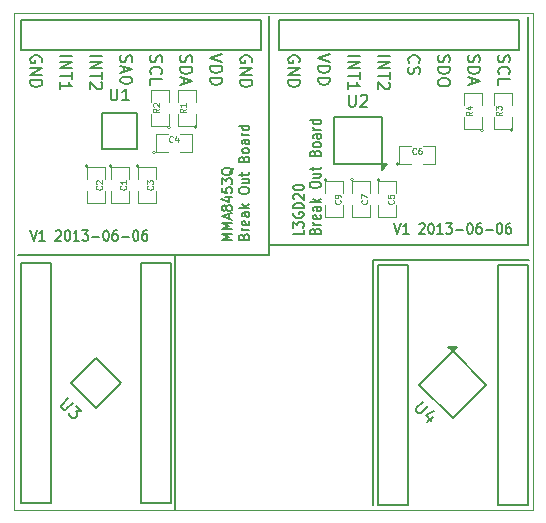
<source format=gto>
G04 (created by PCBNEW (2013-mar-13)-testing) date Sun 09 Jun 2013 10:01:08 PM EDT*
%MOIN*%
G04 Gerber Fmt 3.4, Leading zero omitted, Abs format*
%FSLAX34Y34*%
G01*
G70*
G90*
G04 APERTURE LIST*
%ADD10C,0.005906*%
%ADD11C,0.007874*%
%ADD12C,0.003937*%
%ADD13C,0.006693*%
%ADD14C,0.003900*%
%ADD15C,0.004300*%
G04 APERTURE END LIST*
G54D10*
G54D11*
X66535Y-47480D02*
X66535Y-55669D01*
X71732Y-47480D02*
X66535Y-47480D01*
X59940Y-47342D02*
X59940Y-55807D01*
X71700Y-47000D02*
X71700Y-39400D01*
X63100Y-47000D02*
X71700Y-47000D01*
X63090Y-47342D02*
X63090Y-39370D01*
X54724Y-47342D02*
X63090Y-47342D01*
G54D12*
X54566Y-55826D02*
X71870Y-55826D01*
X54566Y-39251D02*
X54566Y-55826D01*
X71870Y-39251D02*
X71870Y-55826D01*
X54566Y-39251D02*
X71870Y-39251D01*
G54D13*
X67254Y-46262D02*
X67359Y-46616D01*
X67464Y-46262D01*
X67734Y-46616D02*
X67554Y-46616D01*
X67644Y-46616D02*
X67644Y-46262D01*
X67614Y-46313D01*
X67584Y-46347D01*
X67554Y-46363D01*
X68094Y-46296D02*
X68109Y-46279D01*
X68139Y-46262D01*
X68214Y-46262D01*
X68244Y-46279D01*
X68259Y-46296D01*
X68274Y-46330D01*
X68274Y-46363D01*
X68259Y-46414D01*
X68079Y-46616D01*
X68274Y-46616D01*
X68469Y-46262D02*
X68499Y-46262D01*
X68529Y-46279D01*
X68544Y-46296D01*
X68559Y-46330D01*
X68574Y-46397D01*
X68574Y-46482D01*
X68559Y-46549D01*
X68544Y-46583D01*
X68529Y-46600D01*
X68499Y-46616D01*
X68469Y-46616D01*
X68439Y-46600D01*
X68424Y-46583D01*
X68409Y-46549D01*
X68394Y-46482D01*
X68394Y-46397D01*
X68409Y-46330D01*
X68424Y-46296D01*
X68439Y-46279D01*
X68469Y-46262D01*
X68874Y-46616D02*
X68694Y-46616D01*
X68784Y-46616D02*
X68784Y-46262D01*
X68754Y-46313D01*
X68724Y-46347D01*
X68694Y-46363D01*
X68979Y-46262D02*
X69174Y-46262D01*
X69069Y-46397D01*
X69114Y-46397D01*
X69144Y-46414D01*
X69159Y-46431D01*
X69174Y-46465D01*
X69174Y-46549D01*
X69159Y-46583D01*
X69144Y-46600D01*
X69114Y-46616D01*
X69024Y-46616D01*
X68994Y-46600D01*
X68979Y-46583D01*
X69309Y-46482D02*
X69549Y-46482D01*
X69759Y-46262D02*
X69789Y-46262D01*
X69819Y-46279D01*
X69834Y-46296D01*
X69849Y-46330D01*
X69864Y-46397D01*
X69864Y-46482D01*
X69849Y-46549D01*
X69834Y-46583D01*
X69819Y-46600D01*
X69789Y-46616D01*
X69759Y-46616D01*
X69729Y-46600D01*
X69714Y-46583D01*
X69699Y-46549D01*
X69684Y-46482D01*
X69684Y-46397D01*
X69699Y-46330D01*
X69714Y-46296D01*
X69729Y-46279D01*
X69759Y-46262D01*
X70134Y-46262D02*
X70074Y-46262D01*
X70044Y-46279D01*
X70029Y-46296D01*
X69999Y-46347D01*
X69984Y-46414D01*
X69984Y-46549D01*
X69999Y-46583D01*
X70014Y-46600D01*
X70044Y-46616D01*
X70104Y-46616D01*
X70134Y-46600D01*
X70149Y-46583D01*
X70164Y-46549D01*
X70164Y-46465D01*
X70149Y-46431D01*
X70134Y-46414D01*
X70104Y-46397D01*
X70044Y-46397D01*
X70014Y-46414D01*
X69999Y-46431D01*
X69984Y-46465D01*
X70299Y-46482D02*
X70538Y-46482D01*
X70748Y-46262D02*
X70778Y-46262D01*
X70808Y-46279D01*
X70823Y-46296D01*
X70838Y-46330D01*
X70853Y-46397D01*
X70853Y-46482D01*
X70838Y-46549D01*
X70823Y-46583D01*
X70808Y-46600D01*
X70778Y-46616D01*
X70748Y-46616D01*
X70718Y-46600D01*
X70703Y-46583D01*
X70688Y-46549D01*
X70673Y-46482D01*
X70673Y-46397D01*
X70688Y-46330D01*
X70703Y-46296D01*
X70718Y-46279D01*
X70748Y-46262D01*
X71123Y-46262D02*
X71063Y-46262D01*
X71033Y-46279D01*
X71018Y-46296D01*
X70988Y-46347D01*
X70973Y-46414D01*
X70973Y-46549D01*
X70988Y-46583D01*
X71003Y-46600D01*
X71033Y-46616D01*
X71093Y-46616D01*
X71123Y-46600D01*
X71138Y-46583D01*
X71153Y-46549D01*
X71153Y-46465D01*
X71138Y-46431D01*
X71123Y-46414D01*
X71093Y-46397D01*
X71033Y-46397D01*
X71003Y-46414D01*
X70988Y-46431D01*
X70973Y-46465D01*
X55129Y-46505D02*
X55234Y-46860D01*
X55339Y-46505D01*
X55609Y-46860D02*
X55429Y-46860D01*
X55519Y-46860D02*
X55519Y-46505D01*
X55489Y-46556D01*
X55459Y-46590D01*
X55429Y-46607D01*
X55969Y-46539D02*
X55984Y-46522D01*
X56014Y-46505D01*
X56089Y-46505D01*
X56119Y-46522D01*
X56134Y-46539D01*
X56149Y-46573D01*
X56149Y-46607D01*
X56134Y-46657D01*
X55954Y-46860D01*
X56149Y-46860D01*
X56344Y-46505D02*
X56374Y-46505D01*
X56404Y-46522D01*
X56419Y-46539D01*
X56434Y-46573D01*
X56449Y-46640D01*
X56449Y-46725D01*
X56434Y-46792D01*
X56419Y-46826D01*
X56404Y-46843D01*
X56374Y-46860D01*
X56344Y-46860D01*
X56314Y-46843D01*
X56299Y-46826D01*
X56284Y-46792D01*
X56269Y-46725D01*
X56269Y-46640D01*
X56284Y-46573D01*
X56299Y-46539D01*
X56314Y-46522D01*
X56344Y-46505D01*
X56749Y-46860D02*
X56569Y-46860D01*
X56659Y-46860D02*
X56659Y-46505D01*
X56629Y-46556D01*
X56599Y-46590D01*
X56569Y-46607D01*
X56854Y-46505D02*
X57049Y-46505D01*
X56944Y-46640D01*
X56989Y-46640D01*
X57019Y-46657D01*
X57034Y-46674D01*
X57049Y-46708D01*
X57049Y-46792D01*
X57034Y-46826D01*
X57019Y-46843D01*
X56989Y-46860D01*
X56899Y-46860D01*
X56869Y-46843D01*
X56854Y-46826D01*
X57184Y-46725D02*
X57424Y-46725D01*
X57634Y-46505D02*
X57664Y-46505D01*
X57694Y-46522D01*
X57709Y-46539D01*
X57724Y-46573D01*
X57739Y-46640D01*
X57739Y-46725D01*
X57724Y-46792D01*
X57709Y-46826D01*
X57694Y-46843D01*
X57664Y-46860D01*
X57634Y-46860D01*
X57604Y-46843D01*
X57589Y-46826D01*
X57574Y-46792D01*
X57559Y-46725D01*
X57559Y-46640D01*
X57574Y-46573D01*
X57589Y-46539D01*
X57604Y-46522D01*
X57634Y-46505D01*
X58009Y-46505D02*
X57949Y-46505D01*
X57919Y-46522D01*
X57904Y-46539D01*
X57874Y-46590D01*
X57859Y-46657D01*
X57859Y-46792D01*
X57874Y-46826D01*
X57889Y-46843D01*
X57919Y-46860D01*
X57979Y-46860D01*
X58009Y-46843D01*
X58024Y-46826D01*
X58039Y-46792D01*
X58039Y-46708D01*
X58024Y-46674D01*
X58009Y-46657D01*
X57979Y-46640D01*
X57919Y-46640D01*
X57889Y-46657D01*
X57874Y-46674D01*
X57859Y-46708D01*
X58174Y-46725D02*
X58414Y-46725D01*
X58624Y-46505D02*
X58654Y-46505D01*
X58684Y-46522D01*
X58699Y-46539D01*
X58714Y-46573D01*
X58729Y-46640D01*
X58729Y-46725D01*
X58714Y-46792D01*
X58699Y-46826D01*
X58684Y-46843D01*
X58654Y-46860D01*
X58624Y-46860D01*
X58594Y-46843D01*
X58579Y-46826D01*
X58564Y-46792D01*
X58549Y-46725D01*
X58549Y-46640D01*
X58564Y-46573D01*
X58579Y-46539D01*
X58594Y-46522D01*
X58624Y-46505D01*
X58999Y-46505D02*
X58939Y-46505D01*
X58909Y-46522D01*
X58894Y-46539D01*
X58864Y-46590D01*
X58849Y-46657D01*
X58849Y-46792D01*
X58864Y-46826D01*
X58879Y-46843D01*
X58909Y-46860D01*
X58969Y-46860D01*
X58999Y-46843D01*
X59014Y-46826D01*
X59029Y-46792D01*
X59029Y-46708D01*
X59014Y-46674D01*
X58999Y-46657D01*
X58969Y-46640D01*
X58909Y-46640D01*
X58879Y-46657D01*
X58864Y-46674D01*
X58849Y-46708D01*
X64235Y-46487D02*
X64235Y-46637D01*
X63880Y-46637D01*
X63880Y-46412D02*
X63880Y-46217D01*
X64015Y-46322D01*
X64015Y-46277D01*
X64032Y-46247D01*
X64049Y-46232D01*
X64083Y-46217D01*
X64167Y-46217D01*
X64201Y-46232D01*
X64218Y-46247D01*
X64235Y-46277D01*
X64235Y-46367D01*
X64218Y-46397D01*
X64201Y-46412D01*
X63897Y-45917D02*
X63880Y-45947D01*
X63880Y-45992D01*
X63897Y-46037D01*
X63931Y-46067D01*
X63965Y-46082D01*
X64032Y-46097D01*
X64083Y-46097D01*
X64150Y-46082D01*
X64184Y-46067D01*
X64218Y-46037D01*
X64235Y-45992D01*
X64235Y-45962D01*
X64218Y-45917D01*
X64201Y-45902D01*
X64083Y-45902D01*
X64083Y-45962D01*
X64235Y-45767D02*
X63880Y-45767D01*
X63880Y-45692D01*
X63897Y-45647D01*
X63931Y-45617D01*
X63965Y-45602D01*
X64032Y-45587D01*
X64083Y-45587D01*
X64150Y-45602D01*
X64184Y-45617D01*
X64218Y-45647D01*
X64235Y-45692D01*
X64235Y-45767D01*
X63914Y-45467D02*
X63897Y-45452D01*
X63880Y-45422D01*
X63880Y-45347D01*
X63897Y-45317D01*
X63914Y-45302D01*
X63948Y-45287D01*
X63982Y-45287D01*
X64032Y-45302D01*
X64235Y-45482D01*
X64235Y-45287D01*
X63880Y-45092D02*
X63880Y-45062D01*
X63897Y-45032D01*
X63914Y-45017D01*
X63948Y-45002D01*
X64015Y-44987D01*
X64100Y-44987D01*
X64167Y-45002D01*
X64201Y-45017D01*
X64218Y-45032D01*
X64235Y-45062D01*
X64235Y-45092D01*
X64218Y-45122D01*
X64201Y-45137D01*
X64167Y-45152D01*
X64100Y-45167D01*
X64015Y-45167D01*
X63948Y-45152D01*
X63914Y-45137D01*
X63897Y-45122D01*
X63880Y-45092D01*
X64612Y-46532D02*
X64629Y-46487D01*
X64646Y-46472D01*
X64679Y-46457D01*
X64730Y-46457D01*
X64764Y-46472D01*
X64781Y-46487D01*
X64798Y-46517D01*
X64798Y-46637D01*
X64443Y-46637D01*
X64443Y-46532D01*
X64460Y-46502D01*
X64477Y-46487D01*
X64511Y-46472D01*
X64544Y-46472D01*
X64578Y-46487D01*
X64595Y-46502D01*
X64612Y-46532D01*
X64612Y-46637D01*
X64798Y-46322D02*
X64561Y-46322D01*
X64629Y-46322D02*
X64595Y-46307D01*
X64578Y-46292D01*
X64561Y-46262D01*
X64561Y-46232D01*
X64781Y-46007D02*
X64798Y-46037D01*
X64798Y-46097D01*
X64781Y-46127D01*
X64747Y-46142D01*
X64612Y-46142D01*
X64578Y-46127D01*
X64561Y-46097D01*
X64561Y-46037D01*
X64578Y-46007D01*
X64612Y-45992D01*
X64646Y-45992D01*
X64679Y-46142D01*
X64798Y-45722D02*
X64612Y-45722D01*
X64578Y-45737D01*
X64561Y-45767D01*
X64561Y-45827D01*
X64578Y-45857D01*
X64781Y-45722D02*
X64798Y-45752D01*
X64798Y-45827D01*
X64781Y-45857D01*
X64747Y-45872D01*
X64713Y-45872D01*
X64679Y-45857D01*
X64663Y-45827D01*
X64663Y-45752D01*
X64646Y-45722D01*
X64798Y-45572D02*
X64443Y-45572D01*
X64663Y-45542D02*
X64798Y-45452D01*
X64561Y-45452D02*
X64696Y-45572D01*
X64443Y-45017D02*
X64443Y-44957D01*
X64460Y-44927D01*
X64494Y-44897D01*
X64561Y-44882D01*
X64679Y-44882D01*
X64747Y-44897D01*
X64781Y-44927D01*
X64798Y-44957D01*
X64798Y-45017D01*
X64781Y-45047D01*
X64747Y-45077D01*
X64679Y-45092D01*
X64561Y-45092D01*
X64494Y-45077D01*
X64460Y-45047D01*
X64443Y-45017D01*
X64561Y-44612D02*
X64798Y-44612D01*
X64561Y-44747D02*
X64747Y-44747D01*
X64781Y-44732D01*
X64798Y-44702D01*
X64798Y-44657D01*
X64781Y-44627D01*
X64764Y-44612D01*
X64561Y-44507D02*
X64561Y-44387D01*
X64443Y-44462D02*
X64747Y-44462D01*
X64781Y-44447D01*
X64798Y-44417D01*
X64798Y-44387D01*
X64612Y-43937D02*
X64629Y-43892D01*
X64646Y-43877D01*
X64679Y-43862D01*
X64730Y-43862D01*
X64764Y-43877D01*
X64781Y-43892D01*
X64798Y-43922D01*
X64798Y-44042D01*
X64443Y-44042D01*
X64443Y-43937D01*
X64460Y-43907D01*
X64477Y-43892D01*
X64511Y-43877D01*
X64544Y-43877D01*
X64578Y-43892D01*
X64595Y-43907D01*
X64612Y-43937D01*
X64612Y-44042D01*
X64798Y-43682D02*
X64781Y-43712D01*
X64764Y-43727D01*
X64730Y-43742D01*
X64629Y-43742D01*
X64595Y-43727D01*
X64578Y-43712D01*
X64561Y-43682D01*
X64561Y-43637D01*
X64578Y-43607D01*
X64595Y-43592D01*
X64629Y-43577D01*
X64730Y-43577D01*
X64764Y-43592D01*
X64781Y-43607D01*
X64798Y-43637D01*
X64798Y-43682D01*
X64798Y-43308D02*
X64612Y-43308D01*
X64578Y-43323D01*
X64561Y-43353D01*
X64561Y-43413D01*
X64578Y-43443D01*
X64781Y-43308D02*
X64798Y-43338D01*
X64798Y-43413D01*
X64781Y-43443D01*
X64747Y-43458D01*
X64713Y-43458D01*
X64679Y-43443D01*
X64663Y-43413D01*
X64663Y-43338D01*
X64646Y-43308D01*
X64798Y-43158D02*
X64561Y-43158D01*
X64629Y-43158D02*
X64595Y-43143D01*
X64578Y-43128D01*
X64561Y-43098D01*
X64561Y-43068D01*
X64798Y-42828D02*
X64443Y-42828D01*
X64781Y-42828D02*
X64798Y-42858D01*
X64798Y-42918D01*
X64781Y-42948D01*
X64764Y-42963D01*
X64730Y-42978D01*
X64629Y-42978D01*
X64595Y-42963D01*
X64578Y-42948D01*
X64561Y-42918D01*
X64561Y-42858D01*
X64578Y-42828D01*
X61858Y-46825D02*
X61504Y-46825D01*
X61757Y-46720D01*
X61504Y-46615D01*
X61858Y-46615D01*
X61858Y-46465D02*
X61504Y-46465D01*
X61757Y-46360D01*
X61504Y-46255D01*
X61858Y-46255D01*
X61757Y-46120D02*
X61757Y-45970D01*
X61858Y-46150D02*
X61504Y-46045D01*
X61858Y-45940D01*
X61656Y-45790D02*
X61639Y-45820D01*
X61622Y-45835D01*
X61588Y-45850D01*
X61571Y-45850D01*
X61538Y-45835D01*
X61521Y-45820D01*
X61504Y-45790D01*
X61504Y-45730D01*
X61521Y-45700D01*
X61538Y-45685D01*
X61571Y-45670D01*
X61588Y-45670D01*
X61622Y-45685D01*
X61639Y-45700D01*
X61656Y-45730D01*
X61656Y-45790D01*
X61673Y-45820D01*
X61689Y-45835D01*
X61723Y-45850D01*
X61791Y-45850D01*
X61824Y-45835D01*
X61841Y-45820D01*
X61858Y-45790D01*
X61858Y-45730D01*
X61841Y-45700D01*
X61824Y-45685D01*
X61791Y-45670D01*
X61723Y-45670D01*
X61689Y-45685D01*
X61673Y-45700D01*
X61656Y-45730D01*
X61622Y-45400D02*
X61858Y-45400D01*
X61487Y-45475D02*
X61740Y-45550D01*
X61740Y-45355D01*
X61504Y-45085D02*
X61504Y-45235D01*
X61673Y-45250D01*
X61656Y-45235D01*
X61639Y-45205D01*
X61639Y-45130D01*
X61656Y-45100D01*
X61673Y-45085D01*
X61706Y-45070D01*
X61791Y-45070D01*
X61824Y-45085D01*
X61841Y-45100D01*
X61858Y-45130D01*
X61858Y-45205D01*
X61841Y-45235D01*
X61824Y-45250D01*
X61504Y-44965D02*
X61504Y-44770D01*
X61639Y-44875D01*
X61639Y-44830D01*
X61656Y-44800D01*
X61673Y-44785D01*
X61706Y-44770D01*
X61791Y-44770D01*
X61824Y-44785D01*
X61841Y-44800D01*
X61858Y-44830D01*
X61858Y-44920D01*
X61841Y-44950D01*
X61824Y-44965D01*
X61892Y-44425D02*
X61875Y-44455D01*
X61841Y-44485D01*
X61791Y-44530D01*
X61774Y-44560D01*
X61774Y-44590D01*
X61858Y-44575D02*
X61841Y-44605D01*
X61808Y-44635D01*
X61740Y-44650D01*
X61622Y-44650D01*
X61555Y-44635D01*
X61521Y-44605D01*
X61504Y-44575D01*
X61504Y-44515D01*
X61521Y-44485D01*
X61555Y-44455D01*
X61622Y-44440D01*
X61740Y-44440D01*
X61808Y-44455D01*
X61841Y-44485D01*
X61858Y-44515D01*
X61858Y-44575D01*
X62236Y-46720D02*
X62252Y-46675D01*
X62269Y-46660D01*
X62303Y-46645D01*
X62354Y-46645D01*
X62387Y-46660D01*
X62404Y-46675D01*
X62421Y-46705D01*
X62421Y-46825D01*
X62067Y-46825D01*
X62067Y-46720D01*
X62084Y-46690D01*
X62101Y-46675D01*
X62134Y-46660D01*
X62168Y-46660D01*
X62202Y-46675D01*
X62219Y-46690D01*
X62236Y-46720D01*
X62236Y-46825D01*
X62421Y-46510D02*
X62185Y-46510D01*
X62252Y-46510D02*
X62219Y-46495D01*
X62202Y-46480D01*
X62185Y-46450D01*
X62185Y-46420D01*
X62404Y-46195D02*
X62421Y-46225D01*
X62421Y-46285D01*
X62404Y-46315D01*
X62371Y-46330D01*
X62236Y-46330D01*
X62202Y-46315D01*
X62185Y-46285D01*
X62185Y-46225D01*
X62202Y-46195D01*
X62236Y-46180D01*
X62269Y-46180D01*
X62303Y-46330D01*
X62421Y-45910D02*
X62236Y-45910D01*
X62202Y-45925D01*
X62185Y-45955D01*
X62185Y-46015D01*
X62202Y-46045D01*
X62404Y-45910D02*
X62421Y-45940D01*
X62421Y-46015D01*
X62404Y-46045D01*
X62371Y-46060D01*
X62337Y-46060D01*
X62303Y-46045D01*
X62286Y-46015D01*
X62286Y-45940D01*
X62269Y-45910D01*
X62421Y-45760D02*
X62067Y-45760D01*
X62286Y-45730D02*
X62421Y-45640D01*
X62185Y-45640D02*
X62320Y-45760D01*
X62067Y-45205D02*
X62067Y-45145D01*
X62084Y-45115D01*
X62117Y-45085D01*
X62185Y-45070D01*
X62303Y-45070D01*
X62371Y-45085D01*
X62404Y-45115D01*
X62421Y-45145D01*
X62421Y-45205D01*
X62404Y-45235D01*
X62371Y-45265D01*
X62303Y-45280D01*
X62185Y-45280D01*
X62117Y-45265D01*
X62084Y-45235D01*
X62067Y-45205D01*
X62185Y-44800D02*
X62421Y-44800D01*
X62185Y-44935D02*
X62371Y-44935D01*
X62404Y-44920D01*
X62421Y-44890D01*
X62421Y-44845D01*
X62404Y-44815D01*
X62387Y-44800D01*
X62185Y-44695D02*
X62185Y-44575D01*
X62067Y-44650D02*
X62371Y-44650D01*
X62404Y-44635D01*
X62421Y-44605D01*
X62421Y-44575D01*
X62236Y-44125D02*
X62252Y-44080D01*
X62269Y-44065D01*
X62303Y-44050D01*
X62354Y-44050D01*
X62387Y-44065D01*
X62404Y-44080D01*
X62421Y-44110D01*
X62421Y-44230D01*
X62067Y-44230D01*
X62067Y-44125D01*
X62084Y-44095D01*
X62101Y-44080D01*
X62134Y-44065D01*
X62168Y-44065D01*
X62202Y-44080D01*
X62219Y-44095D01*
X62236Y-44125D01*
X62236Y-44230D01*
X62421Y-43870D02*
X62404Y-43900D01*
X62387Y-43915D01*
X62354Y-43930D01*
X62252Y-43930D01*
X62219Y-43915D01*
X62202Y-43900D01*
X62185Y-43870D01*
X62185Y-43825D01*
X62202Y-43795D01*
X62219Y-43780D01*
X62252Y-43765D01*
X62354Y-43765D01*
X62387Y-43780D01*
X62404Y-43795D01*
X62421Y-43825D01*
X62421Y-43870D01*
X62421Y-43495D02*
X62236Y-43495D01*
X62202Y-43510D01*
X62185Y-43540D01*
X62185Y-43600D01*
X62202Y-43630D01*
X62404Y-43495D02*
X62421Y-43525D01*
X62421Y-43600D01*
X62404Y-43630D01*
X62371Y-43645D01*
X62337Y-43645D01*
X62303Y-43630D01*
X62286Y-43600D01*
X62286Y-43525D01*
X62269Y-43495D01*
X62421Y-43345D02*
X62185Y-43345D01*
X62252Y-43345D02*
X62219Y-43330D01*
X62202Y-43315D01*
X62185Y-43285D01*
X62185Y-43255D01*
X62421Y-43015D02*
X62067Y-43015D01*
X62404Y-43015D02*
X62421Y-43045D01*
X62421Y-43105D01*
X62404Y-43135D01*
X62387Y-43150D01*
X62354Y-43165D01*
X62252Y-43165D01*
X62219Y-43150D01*
X62202Y-43135D01*
X62185Y-43105D01*
X62185Y-43045D01*
X62202Y-43015D01*
G54D11*
X55496Y-40899D02*
X55515Y-40862D01*
X55515Y-40806D01*
X55496Y-40749D01*
X55459Y-40712D01*
X55421Y-40693D01*
X55346Y-40674D01*
X55290Y-40674D01*
X55215Y-40693D01*
X55178Y-40712D01*
X55140Y-40749D01*
X55121Y-40806D01*
X55121Y-40843D01*
X55140Y-40899D01*
X55159Y-40918D01*
X55290Y-40918D01*
X55290Y-40843D01*
X55121Y-41087D02*
X55515Y-41087D01*
X55121Y-41312D01*
X55515Y-41312D01*
X55121Y-41499D02*
X55515Y-41499D01*
X55515Y-41593D01*
X55496Y-41649D01*
X55459Y-41687D01*
X55421Y-41706D01*
X55346Y-41724D01*
X55290Y-41724D01*
X55215Y-41706D01*
X55178Y-41687D01*
X55140Y-41649D01*
X55121Y-41593D01*
X55121Y-41499D01*
X59140Y-40674D02*
X59121Y-40731D01*
X59121Y-40824D01*
X59140Y-40862D01*
X59159Y-40881D01*
X59196Y-40899D01*
X59234Y-40899D01*
X59271Y-40881D01*
X59290Y-40862D01*
X59309Y-40824D01*
X59328Y-40749D01*
X59346Y-40712D01*
X59365Y-40693D01*
X59403Y-40674D01*
X59440Y-40674D01*
X59478Y-40693D01*
X59496Y-40712D01*
X59515Y-40749D01*
X59515Y-40843D01*
X59496Y-40899D01*
X59159Y-41293D02*
X59140Y-41274D01*
X59121Y-41218D01*
X59121Y-41181D01*
X59140Y-41124D01*
X59178Y-41087D01*
X59215Y-41068D01*
X59290Y-41049D01*
X59346Y-41049D01*
X59421Y-41068D01*
X59459Y-41087D01*
X59496Y-41124D01*
X59515Y-41181D01*
X59515Y-41218D01*
X59496Y-41274D01*
X59478Y-41293D01*
X59121Y-41649D02*
X59121Y-41462D01*
X59515Y-41462D01*
X60140Y-40674D02*
X60121Y-40731D01*
X60121Y-40824D01*
X60140Y-40862D01*
X60159Y-40881D01*
X60196Y-40899D01*
X60234Y-40899D01*
X60271Y-40881D01*
X60290Y-40862D01*
X60309Y-40824D01*
X60328Y-40749D01*
X60346Y-40712D01*
X60365Y-40693D01*
X60403Y-40674D01*
X60440Y-40674D01*
X60478Y-40693D01*
X60496Y-40712D01*
X60515Y-40749D01*
X60515Y-40843D01*
X60496Y-40899D01*
X60121Y-41068D02*
X60515Y-41068D01*
X60515Y-41162D01*
X60496Y-41218D01*
X60459Y-41256D01*
X60421Y-41274D01*
X60346Y-41293D01*
X60290Y-41293D01*
X60215Y-41274D01*
X60178Y-41256D01*
X60140Y-41218D01*
X60121Y-41162D01*
X60121Y-41068D01*
X60234Y-41443D02*
X60234Y-41631D01*
X60121Y-41406D02*
X60515Y-41537D01*
X60121Y-41668D01*
X58140Y-40674D02*
X58121Y-40731D01*
X58121Y-40824D01*
X58140Y-40862D01*
X58159Y-40881D01*
X58196Y-40899D01*
X58234Y-40899D01*
X58271Y-40881D01*
X58290Y-40862D01*
X58309Y-40824D01*
X58328Y-40749D01*
X58346Y-40712D01*
X58365Y-40693D01*
X58403Y-40674D01*
X58440Y-40674D01*
X58478Y-40693D01*
X58496Y-40712D01*
X58515Y-40749D01*
X58515Y-40843D01*
X58496Y-40899D01*
X58234Y-41049D02*
X58234Y-41237D01*
X58121Y-41012D02*
X58515Y-41143D01*
X58121Y-41274D01*
X58515Y-41481D02*
X58515Y-41518D01*
X58496Y-41556D01*
X58478Y-41574D01*
X58440Y-41593D01*
X58365Y-41612D01*
X58271Y-41612D01*
X58196Y-41593D01*
X58159Y-41574D01*
X58140Y-41556D01*
X58121Y-41518D01*
X58121Y-41481D01*
X58140Y-41443D01*
X58159Y-41424D01*
X58196Y-41406D01*
X58271Y-41387D01*
X58365Y-41387D01*
X58440Y-41406D01*
X58478Y-41424D01*
X58496Y-41443D01*
X58515Y-41481D01*
X56121Y-40693D02*
X56515Y-40693D01*
X56121Y-40881D02*
X56515Y-40881D01*
X56121Y-41106D01*
X56515Y-41106D01*
X56515Y-41237D02*
X56515Y-41462D01*
X56121Y-41349D02*
X56515Y-41349D01*
X56121Y-41799D02*
X56121Y-41574D01*
X56121Y-41687D02*
X56515Y-41687D01*
X56459Y-41649D01*
X56421Y-41612D01*
X56403Y-41574D01*
X57121Y-40693D02*
X57515Y-40693D01*
X57121Y-40881D02*
X57515Y-40881D01*
X57121Y-41106D01*
X57515Y-41106D01*
X57515Y-41237D02*
X57515Y-41462D01*
X57121Y-41349D02*
X57515Y-41349D01*
X57478Y-41574D02*
X57496Y-41593D01*
X57515Y-41631D01*
X57515Y-41724D01*
X57496Y-41762D01*
X57478Y-41781D01*
X57440Y-41799D01*
X57403Y-41799D01*
X57346Y-41781D01*
X57121Y-41556D01*
X57121Y-41799D01*
X61515Y-40637D02*
X61121Y-40768D01*
X61515Y-40899D01*
X61121Y-41031D02*
X61515Y-41031D01*
X61515Y-41124D01*
X61496Y-41181D01*
X61459Y-41218D01*
X61421Y-41237D01*
X61346Y-41256D01*
X61290Y-41256D01*
X61215Y-41237D01*
X61178Y-41218D01*
X61140Y-41181D01*
X61121Y-41124D01*
X61121Y-41031D01*
X61121Y-41424D02*
X61515Y-41424D01*
X61515Y-41518D01*
X61496Y-41574D01*
X61459Y-41612D01*
X61421Y-41631D01*
X61346Y-41649D01*
X61290Y-41649D01*
X61215Y-41631D01*
X61178Y-41612D01*
X61140Y-41574D01*
X61121Y-41518D01*
X61121Y-41424D01*
X62496Y-40899D02*
X62515Y-40862D01*
X62515Y-40806D01*
X62496Y-40749D01*
X62459Y-40712D01*
X62421Y-40693D01*
X62346Y-40674D01*
X62290Y-40674D01*
X62215Y-40693D01*
X62178Y-40712D01*
X62140Y-40749D01*
X62121Y-40806D01*
X62121Y-40843D01*
X62140Y-40899D01*
X62159Y-40918D01*
X62290Y-40918D01*
X62290Y-40843D01*
X62121Y-41087D02*
X62515Y-41087D01*
X62121Y-41312D01*
X62515Y-41312D01*
X62121Y-41499D02*
X62515Y-41499D01*
X62515Y-41593D01*
X62496Y-41649D01*
X62459Y-41687D01*
X62421Y-41706D01*
X62346Y-41724D01*
X62290Y-41724D01*
X62215Y-41706D01*
X62178Y-41687D01*
X62140Y-41649D01*
X62121Y-41593D01*
X62121Y-41499D01*
X64095Y-40899D02*
X64114Y-40862D01*
X64114Y-40806D01*
X64095Y-40749D01*
X64057Y-40712D01*
X64020Y-40693D01*
X63945Y-40674D01*
X63889Y-40674D01*
X63814Y-40693D01*
X63776Y-40712D01*
X63739Y-40749D01*
X63720Y-40806D01*
X63720Y-40843D01*
X63739Y-40899D01*
X63757Y-40918D01*
X63889Y-40918D01*
X63889Y-40843D01*
X63720Y-41087D02*
X64114Y-41087D01*
X63720Y-41312D01*
X64114Y-41312D01*
X63720Y-41499D02*
X64114Y-41499D01*
X64114Y-41593D01*
X64095Y-41649D01*
X64057Y-41687D01*
X64020Y-41706D01*
X63945Y-41724D01*
X63889Y-41724D01*
X63814Y-41706D01*
X63776Y-41687D01*
X63739Y-41649D01*
X63720Y-41593D01*
X63720Y-41499D01*
X65114Y-40637D02*
X64720Y-40768D01*
X65114Y-40899D01*
X64720Y-41031D02*
X65114Y-41031D01*
X65114Y-41124D01*
X65095Y-41181D01*
X65057Y-41218D01*
X65020Y-41237D01*
X64945Y-41256D01*
X64889Y-41256D01*
X64814Y-41237D01*
X64776Y-41218D01*
X64739Y-41181D01*
X64720Y-41124D01*
X64720Y-41031D01*
X64720Y-41424D02*
X65114Y-41424D01*
X65114Y-41518D01*
X65095Y-41574D01*
X65057Y-41612D01*
X65020Y-41631D01*
X64945Y-41649D01*
X64889Y-41649D01*
X64814Y-41631D01*
X64776Y-41612D01*
X64739Y-41574D01*
X64720Y-41518D01*
X64720Y-41424D01*
X65720Y-40693D02*
X66114Y-40693D01*
X65720Y-40881D02*
X66114Y-40881D01*
X65720Y-41106D01*
X66114Y-41106D01*
X66114Y-41237D02*
X66114Y-41462D01*
X65720Y-41349D02*
X66114Y-41349D01*
X65720Y-41799D02*
X65720Y-41574D01*
X65720Y-41687D02*
X66114Y-41687D01*
X66057Y-41649D01*
X66020Y-41612D01*
X66001Y-41574D01*
X66720Y-40693D02*
X67114Y-40693D01*
X66720Y-40881D02*
X67114Y-40881D01*
X66720Y-41106D01*
X67114Y-41106D01*
X67114Y-41237D02*
X67114Y-41462D01*
X66720Y-41349D02*
X67114Y-41349D01*
X67076Y-41574D02*
X67095Y-41593D01*
X67114Y-41631D01*
X67114Y-41724D01*
X67095Y-41762D01*
X67076Y-41781D01*
X67039Y-41799D01*
X67001Y-41799D01*
X66945Y-41781D01*
X66720Y-41556D01*
X66720Y-41799D01*
X67757Y-40918D02*
X67739Y-40899D01*
X67720Y-40843D01*
X67720Y-40806D01*
X67739Y-40749D01*
X67776Y-40712D01*
X67814Y-40693D01*
X67889Y-40674D01*
X67945Y-40674D01*
X68020Y-40693D01*
X68057Y-40712D01*
X68095Y-40749D01*
X68114Y-40806D01*
X68114Y-40843D01*
X68095Y-40899D01*
X68076Y-40918D01*
X67739Y-41068D02*
X67720Y-41124D01*
X67720Y-41218D01*
X67739Y-41256D01*
X67757Y-41274D01*
X67795Y-41293D01*
X67832Y-41293D01*
X67870Y-41274D01*
X67889Y-41256D01*
X67907Y-41218D01*
X67926Y-41143D01*
X67945Y-41106D01*
X67964Y-41087D01*
X68001Y-41068D01*
X68039Y-41068D01*
X68076Y-41087D01*
X68095Y-41106D01*
X68114Y-41143D01*
X68114Y-41237D01*
X68095Y-41293D01*
X68739Y-40674D02*
X68720Y-40731D01*
X68720Y-40824D01*
X68739Y-40862D01*
X68757Y-40881D01*
X68795Y-40899D01*
X68832Y-40899D01*
X68870Y-40881D01*
X68889Y-40862D01*
X68907Y-40824D01*
X68926Y-40749D01*
X68945Y-40712D01*
X68964Y-40693D01*
X69001Y-40674D01*
X69039Y-40674D01*
X69076Y-40693D01*
X69095Y-40712D01*
X69114Y-40749D01*
X69114Y-40843D01*
X69095Y-40899D01*
X68720Y-41068D02*
X69114Y-41068D01*
X69114Y-41162D01*
X69095Y-41218D01*
X69057Y-41256D01*
X69020Y-41274D01*
X68945Y-41293D01*
X68889Y-41293D01*
X68814Y-41274D01*
X68776Y-41256D01*
X68739Y-41218D01*
X68720Y-41162D01*
X68720Y-41068D01*
X69114Y-41537D02*
X69114Y-41612D01*
X69095Y-41649D01*
X69057Y-41687D01*
X68982Y-41706D01*
X68851Y-41706D01*
X68776Y-41687D01*
X68739Y-41649D01*
X68720Y-41612D01*
X68720Y-41537D01*
X68739Y-41499D01*
X68776Y-41462D01*
X68851Y-41443D01*
X68982Y-41443D01*
X69057Y-41462D01*
X69095Y-41499D01*
X69114Y-41537D01*
X69739Y-40674D02*
X69720Y-40731D01*
X69720Y-40824D01*
X69739Y-40862D01*
X69757Y-40881D01*
X69795Y-40899D01*
X69832Y-40899D01*
X69870Y-40881D01*
X69889Y-40862D01*
X69907Y-40824D01*
X69926Y-40749D01*
X69945Y-40712D01*
X69964Y-40693D01*
X70001Y-40674D01*
X70039Y-40674D01*
X70076Y-40693D01*
X70095Y-40712D01*
X70114Y-40749D01*
X70114Y-40843D01*
X70095Y-40899D01*
X69720Y-41068D02*
X70114Y-41068D01*
X70114Y-41162D01*
X70095Y-41218D01*
X70057Y-41256D01*
X70020Y-41274D01*
X69945Y-41293D01*
X69889Y-41293D01*
X69814Y-41274D01*
X69776Y-41256D01*
X69739Y-41218D01*
X69720Y-41162D01*
X69720Y-41068D01*
X69832Y-41443D02*
X69832Y-41631D01*
X69720Y-41406D02*
X70114Y-41537D01*
X69720Y-41668D01*
X70739Y-40674D02*
X70720Y-40731D01*
X70720Y-40824D01*
X70739Y-40862D01*
X70757Y-40881D01*
X70795Y-40899D01*
X70832Y-40899D01*
X70870Y-40881D01*
X70889Y-40862D01*
X70907Y-40824D01*
X70926Y-40749D01*
X70945Y-40712D01*
X70964Y-40693D01*
X71001Y-40674D01*
X71039Y-40674D01*
X71076Y-40693D01*
X71095Y-40712D01*
X71114Y-40749D01*
X71114Y-40843D01*
X71095Y-40899D01*
X70757Y-41293D02*
X70739Y-41274D01*
X70720Y-41218D01*
X70720Y-41181D01*
X70739Y-41124D01*
X70776Y-41087D01*
X70814Y-41068D01*
X70889Y-41049D01*
X70945Y-41049D01*
X71020Y-41068D01*
X71057Y-41087D01*
X71095Y-41124D01*
X71114Y-41181D01*
X71114Y-41218D01*
X71095Y-41274D01*
X71076Y-41293D01*
X70720Y-41649D02*
X70720Y-41462D01*
X71114Y-41462D01*
G54D14*
X57850Y-44350D02*
G75*
G03X57850Y-44350I-50J0D01*
G74*
G01*
X57800Y-44800D02*
X57800Y-44400D01*
X57800Y-44400D02*
X58400Y-44400D01*
X58400Y-44400D02*
X58400Y-44800D01*
X58400Y-45200D02*
X58400Y-45600D01*
X58400Y-45600D02*
X57800Y-45600D01*
X57800Y-45600D02*
X57800Y-45200D01*
X57050Y-44350D02*
G75*
G03X57050Y-44350I-50J0D01*
G74*
G01*
X57000Y-44800D02*
X57000Y-44400D01*
X57000Y-44400D02*
X57600Y-44400D01*
X57600Y-44400D02*
X57600Y-44800D01*
X57600Y-45200D02*
X57600Y-45600D01*
X57600Y-45600D02*
X57000Y-45600D01*
X57000Y-45600D02*
X57000Y-45200D01*
X58750Y-44350D02*
G75*
G03X58750Y-44350I-50J0D01*
G74*
G01*
X58700Y-44800D02*
X58700Y-44400D01*
X58700Y-44400D02*
X59300Y-44400D01*
X59300Y-44400D02*
X59300Y-44800D01*
X59300Y-45200D02*
X59300Y-45600D01*
X59300Y-45600D02*
X58700Y-45600D01*
X58700Y-45600D02*
X58700Y-45200D01*
X59300Y-43900D02*
G75*
G03X59300Y-43900I-50J0D01*
G74*
G01*
X59700Y-43900D02*
X59300Y-43900D01*
X59300Y-43900D02*
X59300Y-43300D01*
X59300Y-43300D02*
X59700Y-43300D01*
X60100Y-43300D02*
X60500Y-43300D01*
X60500Y-43300D02*
X60500Y-43900D01*
X60500Y-43900D02*
X60100Y-43900D01*
X66777Y-44822D02*
G75*
G03X66777Y-44822I-50J0D01*
G74*
G01*
X66727Y-45272D02*
X66727Y-44872D01*
X66727Y-44872D02*
X67327Y-44872D01*
X67327Y-44872D02*
X67327Y-45272D01*
X67327Y-45672D02*
X67327Y-46072D01*
X67327Y-46072D02*
X66727Y-46072D01*
X66727Y-46072D02*
X66727Y-45672D01*
X67411Y-44296D02*
G75*
G03X67411Y-44296I-50J0D01*
G74*
G01*
X67811Y-44296D02*
X67411Y-44296D01*
X67411Y-44296D02*
X67411Y-43696D01*
X67411Y-43696D02*
X67811Y-43696D01*
X68211Y-43696D02*
X68611Y-43696D01*
X68611Y-43696D02*
X68611Y-44296D01*
X68611Y-44296D02*
X68211Y-44296D01*
X65891Y-44822D02*
G75*
G03X65891Y-44822I-50J0D01*
G74*
G01*
X65841Y-45272D02*
X65841Y-44872D01*
X65841Y-44872D02*
X66441Y-44872D01*
X66441Y-44872D02*
X66441Y-45272D01*
X66441Y-45672D02*
X66441Y-46072D01*
X66441Y-46072D02*
X65841Y-46072D01*
X65841Y-46072D02*
X65841Y-45672D01*
X65005Y-44822D02*
G75*
G03X65005Y-44822I-50J0D01*
G74*
G01*
X64955Y-45272D02*
X64955Y-44872D01*
X64955Y-44872D02*
X65555Y-44872D01*
X65555Y-44872D02*
X65555Y-45272D01*
X65555Y-45672D02*
X65555Y-46072D01*
X65555Y-46072D02*
X64955Y-46072D01*
X64955Y-46072D02*
X64955Y-45672D01*
G54D10*
X54800Y-39500D02*
X62800Y-39500D01*
X62800Y-39500D02*
X62800Y-40500D01*
X62800Y-40500D02*
X54800Y-40500D01*
X54800Y-40500D02*
X54800Y-39500D01*
X71398Y-40500D02*
X63398Y-40500D01*
X63398Y-40500D02*
X63398Y-39500D01*
X63398Y-39500D02*
X71398Y-39500D01*
X71398Y-39500D02*
X71398Y-40500D01*
G54D14*
X60684Y-43071D02*
G75*
G03X60684Y-43071I-50J0D01*
G74*
G01*
X60634Y-42621D02*
X60634Y-43021D01*
X60634Y-43021D02*
X60034Y-43021D01*
X60034Y-43021D02*
X60034Y-42621D01*
X60034Y-42221D02*
X60034Y-41821D01*
X60034Y-41821D02*
X60634Y-41821D01*
X60634Y-41821D02*
X60634Y-42221D01*
X59798Y-43071D02*
G75*
G03X59798Y-43071I-50J0D01*
G74*
G01*
X59748Y-42621D02*
X59748Y-43021D01*
X59748Y-43021D02*
X59148Y-43021D01*
X59148Y-43021D02*
X59148Y-42621D01*
X59148Y-42221D02*
X59148Y-41821D01*
X59148Y-41821D02*
X59748Y-41821D01*
X59748Y-41821D02*
X59748Y-42221D01*
X71216Y-43169D02*
G75*
G03X71216Y-43169I-50J0D01*
G74*
G01*
X71166Y-42719D02*
X71166Y-43119D01*
X71166Y-43119D02*
X70566Y-43119D01*
X70566Y-43119D02*
X70566Y-42719D01*
X70566Y-42319D02*
X70566Y-41919D01*
X70566Y-41919D02*
X71166Y-41919D01*
X71166Y-41919D02*
X71166Y-42319D01*
X70231Y-43169D02*
G75*
G03X70231Y-43169I-50J0D01*
G74*
G01*
X70181Y-42719D02*
X70181Y-43119D01*
X70181Y-43119D02*
X69581Y-43119D01*
X69581Y-43119D02*
X69581Y-42719D01*
X69581Y-42319D02*
X69581Y-41919D01*
X69581Y-41919D02*
X70181Y-41919D01*
X70181Y-41919D02*
X70181Y-42319D01*
G54D10*
X55800Y-47600D02*
X55800Y-55600D01*
X55800Y-55600D02*
X54800Y-55600D01*
X54800Y-55600D02*
X54800Y-47600D01*
X54800Y-47600D02*
X55800Y-47600D01*
X59800Y-47600D02*
X59800Y-55600D01*
X59800Y-55600D02*
X58800Y-55600D01*
X58800Y-55600D02*
X58800Y-47600D01*
X58800Y-47600D02*
X59800Y-47600D01*
X57300Y-50772D02*
X58135Y-51607D01*
X58135Y-51607D02*
X57300Y-52443D01*
X57300Y-52443D02*
X56464Y-51607D01*
X56464Y-51607D02*
X57300Y-50772D01*
X58690Y-43790D02*
X57509Y-43790D01*
X57509Y-43790D02*
X57509Y-42609D01*
X57509Y-42609D02*
X58690Y-42609D01*
X58690Y-42609D02*
X58690Y-43790D01*
X66830Y-44291D02*
X66909Y-44370D01*
X66909Y-44370D02*
X66870Y-44409D01*
X66870Y-44409D02*
X66948Y-44330D01*
X66948Y-44330D02*
X66909Y-44330D01*
X66830Y-44291D02*
X67027Y-44291D01*
X67027Y-44291D02*
X66830Y-44488D01*
X66830Y-44291D02*
X66830Y-44488D01*
X66830Y-44291D02*
X65255Y-44291D01*
X65255Y-44291D02*
X65255Y-42716D01*
X65255Y-42716D02*
X66830Y-42716D01*
X66830Y-42716D02*
X66830Y-44291D01*
X67696Y-47657D02*
X67696Y-55657D01*
X67696Y-55657D02*
X66696Y-55657D01*
X66696Y-55657D02*
X66696Y-47657D01*
X66696Y-47657D02*
X67696Y-47657D01*
X71696Y-47657D02*
X71696Y-55657D01*
X71696Y-55657D02*
X70696Y-55657D01*
X70696Y-55657D02*
X70696Y-47657D01*
X70696Y-47657D02*
X71696Y-47657D01*
X69196Y-50543D02*
X69196Y-50432D01*
X69196Y-50432D02*
X69252Y-50432D01*
X69252Y-50432D02*
X69141Y-50432D01*
X69141Y-50432D02*
X69169Y-50460D01*
X69196Y-50543D02*
X69057Y-50404D01*
X69057Y-50404D02*
X69336Y-50404D01*
X69196Y-50543D02*
X69336Y-50404D01*
X69196Y-50543D02*
X70310Y-51657D01*
X70310Y-51657D02*
X69196Y-52771D01*
X69196Y-52771D02*
X68083Y-51657D01*
X68083Y-51657D02*
X69196Y-50543D01*
G54D15*
X58295Y-45032D02*
X58304Y-45042D01*
X58314Y-45070D01*
X58314Y-45089D01*
X58304Y-45117D01*
X58285Y-45136D01*
X58267Y-45145D01*
X58229Y-45154D01*
X58201Y-45154D01*
X58164Y-45145D01*
X58145Y-45136D01*
X58126Y-45117D01*
X58117Y-45089D01*
X58117Y-45070D01*
X58126Y-45042D01*
X58135Y-45032D01*
X58314Y-44845D02*
X58314Y-44957D01*
X58314Y-44901D02*
X58117Y-44901D01*
X58145Y-44920D01*
X58164Y-44939D01*
X58173Y-44957D01*
X57495Y-45032D02*
X57504Y-45042D01*
X57514Y-45070D01*
X57514Y-45089D01*
X57504Y-45117D01*
X57485Y-45136D01*
X57467Y-45145D01*
X57429Y-45154D01*
X57401Y-45154D01*
X57364Y-45145D01*
X57345Y-45136D01*
X57326Y-45117D01*
X57317Y-45089D01*
X57317Y-45070D01*
X57326Y-45042D01*
X57335Y-45032D01*
X57335Y-44957D02*
X57326Y-44948D01*
X57317Y-44929D01*
X57317Y-44882D01*
X57326Y-44863D01*
X57335Y-44854D01*
X57354Y-44845D01*
X57373Y-44845D01*
X57401Y-44854D01*
X57514Y-44967D01*
X57514Y-44845D01*
X59195Y-45032D02*
X59204Y-45042D01*
X59214Y-45070D01*
X59214Y-45089D01*
X59204Y-45117D01*
X59185Y-45136D01*
X59167Y-45145D01*
X59129Y-45154D01*
X59101Y-45154D01*
X59064Y-45145D01*
X59045Y-45136D01*
X59026Y-45117D01*
X59017Y-45089D01*
X59017Y-45070D01*
X59026Y-45042D01*
X59035Y-45032D01*
X59017Y-44967D02*
X59017Y-44845D01*
X59092Y-44910D01*
X59092Y-44882D01*
X59101Y-44863D01*
X59110Y-44854D01*
X59129Y-44845D01*
X59176Y-44845D01*
X59195Y-44854D01*
X59204Y-44863D01*
X59214Y-44882D01*
X59214Y-44939D01*
X59204Y-44957D01*
X59195Y-44967D01*
X59867Y-43545D02*
X59857Y-43554D01*
X59829Y-43564D01*
X59810Y-43564D01*
X59782Y-43554D01*
X59763Y-43535D01*
X59754Y-43517D01*
X59745Y-43479D01*
X59745Y-43451D01*
X59754Y-43414D01*
X59763Y-43395D01*
X59782Y-43376D01*
X59810Y-43367D01*
X59829Y-43367D01*
X59857Y-43376D01*
X59867Y-43385D01*
X60036Y-43432D02*
X60036Y-43564D01*
X59989Y-43357D02*
X59942Y-43498D01*
X60064Y-43498D01*
X67222Y-45505D02*
X67232Y-45514D01*
X67241Y-45542D01*
X67241Y-45561D01*
X67232Y-45589D01*
X67213Y-45608D01*
X67194Y-45617D01*
X67157Y-45627D01*
X67129Y-45627D01*
X67091Y-45617D01*
X67072Y-45608D01*
X67054Y-45589D01*
X67044Y-45561D01*
X67044Y-45542D01*
X67054Y-45514D01*
X67063Y-45505D01*
X67044Y-45327D02*
X67044Y-45420D01*
X67138Y-45430D01*
X67129Y-45420D01*
X67119Y-45402D01*
X67119Y-45355D01*
X67129Y-45336D01*
X67138Y-45327D01*
X67157Y-45317D01*
X67204Y-45317D01*
X67222Y-45327D01*
X67232Y-45336D01*
X67241Y-45355D01*
X67241Y-45402D01*
X67232Y-45420D01*
X67222Y-45430D01*
X67978Y-43941D02*
X67969Y-43950D01*
X67941Y-43960D01*
X67922Y-43960D01*
X67894Y-43950D01*
X67875Y-43932D01*
X67866Y-43913D01*
X67857Y-43875D01*
X67857Y-43847D01*
X67866Y-43810D01*
X67875Y-43791D01*
X67894Y-43772D01*
X67922Y-43763D01*
X67941Y-43763D01*
X67969Y-43772D01*
X67978Y-43781D01*
X68147Y-43763D02*
X68110Y-43763D01*
X68091Y-43772D01*
X68082Y-43781D01*
X68063Y-43810D01*
X68054Y-43847D01*
X68054Y-43922D01*
X68063Y-43941D01*
X68072Y-43950D01*
X68091Y-43960D01*
X68129Y-43960D01*
X68147Y-43950D01*
X68157Y-43941D01*
X68166Y-43922D01*
X68166Y-43875D01*
X68157Y-43856D01*
X68147Y-43847D01*
X68129Y-43838D01*
X68091Y-43838D01*
X68072Y-43847D01*
X68063Y-43856D01*
X68054Y-43875D01*
X66337Y-45505D02*
X66346Y-45514D01*
X66355Y-45542D01*
X66355Y-45561D01*
X66346Y-45589D01*
X66327Y-45608D01*
X66308Y-45617D01*
X66271Y-45627D01*
X66243Y-45627D01*
X66205Y-45617D01*
X66186Y-45608D01*
X66168Y-45589D01*
X66158Y-45561D01*
X66158Y-45542D01*
X66168Y-45514D01*
X66177Y-45505D01*
X66158Y-45439D02*
X66158Y-45308D01*
X66355Y-45392D01*
X65451Y-45505D02*
X65460Y-45514D01*
X65470Y-45542D01*
X65470Y-45561D01*
X65460Y-45589D01*
X65441Y-45608D01*
X65423Y-45617D01*
X65385Y-45627D01*
X65357Y-45627D01*
X65319Y-45617D01*
X65301Y-45608D01*
X65282Y-45589D01*
X65273Y-45561D01*
X65273Y-45542D01*
X65282Y-45514D01*
X65291Y-45505D01*
X65470Y-45411D02*
X65470Y-45373D01*
X65460Y-45355D01*
X65451Y-45345D01*
X65423Y-45327D01*
X65385Y-45317D01*
X65310Y-45317D01*
X65291Y-45327D01*
X65282Y-45336D01*
X65273Y-45355D01*
X65273Y-45392D01*
X65282Y-45411D01*
X65291Y-45420D01*
X65310Y-45430D01*
X65357Y-45430D01*
X65376Y-45420D01*
X65385Y-45411D01*
X65394Y-45392D01*
X65394Y-45355D01*
X65385Y-45336D01*
X65376Y-45327D01*
X65357Y-45317D01*
X60298Y-42454D02*
X60204Y-42519D01*
X60298Y-42566D02*
X60101Y-42566D01*
X60101Y-42491D01*
X60111Y-42472D01*
X60120Y-42463D01*
X60139Y-42454D01*
X60167Y-42454D01*
X60186Y-42463D01*
X60195Y-42472D01*
X60204Y-42491D01*
X60204Y-42566D01*
X60298Y-42266D02*
X60298Y-42379D01*
X60298Y-42322D02*
X60101Y-42322D01*
X60129Y-42341D01*
X60148Y-42360D01*
X60158Y-42379D01*
X59412Y-42454D02*
X59319Y-42519D01*
X59412Y-42566D02*
X59215Y-42566D01*
X59215Y-42491D01*
X59225Y-42472D01*
X59234Y-42463D01*
X59253Y-42454D01*
X59281Y-42454D01*
X59300Y-42463D01*
X59309Y-42472D01*
X59319Y-42491D01*
X59319Y-42566D01*
X59234Y-42379D02*
X59225Y-42369D01*
X59215Y-42350D01*
X59215Y-42303D01*
X59225Y-42285D01*
X59234Y-42275D01*
X59253Y-42266D01*
X59272Y-42266D01*
X59300Y-42275D01*
X59412Y-42388D01*
X59412Y-42266D01*
X70830Y-42552D02*
X70736Y-42618D01*
X70830Y-42665D02*
X70633Y-42665D01*
X70633Y-42590D01*
X70642Y-42571D01*
X70652Y-42561D01*
X70670Y-42552D01*
X70698Y-42552D01*
X70717Y-42561D01*
X70727Y-42571D01*
X70736Y-42590D01*
X70736Y-42665D01*
X70633Y-42486D02*
X70633Y-42364D01*
X70708Y-42430D01*
X70708Y-42402D01*
X70717Y-42383D01*
X70727Y-42374D01*
X70745Y-42364D01*
X70792Y-42364D01*
X70811Y-42374D01*
X70820Y-42383D01*
X70830Y-42402D01*
X70830Y-42458D01*
X70820Y-42477D01*
X70811Y-42486D01*
X69846Y-42552D02*
X69752Y-42618D01*
X69846Y-42665D02*
X69649Y-42665D01*
X69649Y-42590D01*
X69658Y-42571D01*
X69667Y-42561D01*
X69686Y-42552D01*
X69714Y-42552D01*
X69733Y-42561D01*
X69742Y-42571D01*
X69752Y-42590D01*
X69752Y-42665D01*
X69714Y-42383D02*
X69846Y-42383D01*
X69639Y-42430D02*
X69780Y-42477D01*
X69780Y-42355D01*
G54D10*
X56391Y-52091D02*
X56166Y-52317D01*
X56153Y-52356D01*
X56153Y-52383D01*
X56166Y-52423D01*
X56219Y-52476D01*
X56259Y-52489D01*
X56285Y-52489D01*
X56325Y-52476D01*
X56550Y-52250D01*
X56656Y-52356D02*
X56829Y-52529D01*
X56630Y-52542D01*
X56670Y-52582D01*
X56683Y-52622D01*
X56683Y-52648D01*
X56670Y-52688D01*
X56603Y-52754D01*
X56564Y-52767D01*
X56537Y-52767D01*
X56497Y-52754D01*
X56418Y-52675D01*
X56405Y-52635D01*
X56405Y-52608D01*
X57800Y-41784D02*
X57800Y-42103D01*
X57818Y-42140D01*
X57837Y-42159D01*
X57875Y-42178D01*
X57950Y-42178D01*
X57987Y-42159D01*
X58006Y-42140D01*
X58025Y-42103D01*
X58025Y-41784D01*
X58418Y-42178D02*
X58193Y-42178D01*
X58306Y-42178D02*
X58306Y-41784D01*
X58268Y-41840D01*
X58231Y-41878D01*
X58193Y-41896D01*
X65743Y-41988D02*
X65743Y-42307D01*
X65762Y-42344D01*
X65780Y-42363D01*
X65818Y-42382D01*
X65893Y-42382D01*
X65930Y-42363D01*
X65949Y-42344D01*
X65968Y-42307D01*
X65968Y-41988D01*
X66137Y-42025D02*
X66155Y-42007D01*
X66193Y-41988D01*
X66287Y-41988D01*
X66324Y-42007D01*
X66343Y-42025D01*
X66362Y-42063D01*
X66362Y-42100D01*
X66343Y-42157D01*
X66118Y-42382D01*
X66362Y-42382D01*
X68217Y-52212D02*
X67992Y-52437D01*
X67979Y-52477D01*
X67979Y-52503D01*
X67992Y-52543D01*
X68045Y-52596D01*
X68085Y-52609D01*
X68111Y-52609D01*
X68151Y-52596D01*
X68377Y-52371D01*
X68536Y-52715D02*
X68350Y-52901D01*
X68575Y-52543D02*
X68310Y-52676D01*
X68483Y-52848D01*
M02*

</source>
